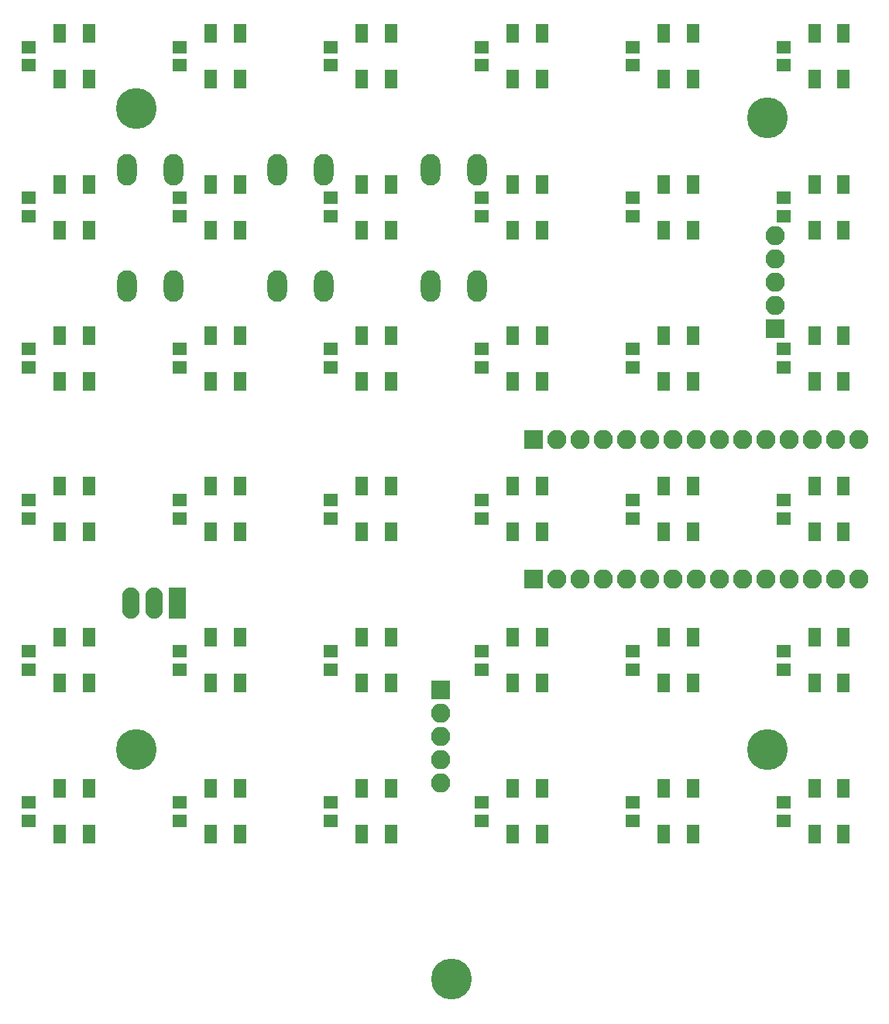
<source format=gbr>
G04 #@! TF.FileFunction,Soldermask,Top*
%FSLAX46Y46*%
G04 Gerber Fmt 4.6, Leading zero omitted, Abs format (unit mm)*
G04 Created by KiCad (PCBNEW 4.0.5) date *
%MOMM*%
%LPD*%
G01*
G04 APERTURE LIST*
%ADD10C,0.100000*%
%ADD11R,1.906220X3.414980*%
%ADD12O,1.906220X3.414980*%
%ADD13R,1.650000X1.400000*%
%ADD14R,1.400000X2.000000*%
%ADD15R,2.100000X2.100000*%
%ADD16O,2.100000X2.100000*%
%ADD17O,2.127200X3.448000*%
%ADD18C,4.464000*%
G04 APERTURE END LIST*
D10*
D11*
X131540000Y-119000000D03*
D12*
X129000000Y-119000000D03*
X126460000Y-119000000D03*
D13*
X115250000Y-58250000D03*
X115250000Y-60250000D03*
X115250000Y-74750000D03*
X115250000Y-76750000D03*
X115250000Y-91250000D03*
X115250000Y-93250000D03*
X115250000Y-107750000D03*
X115250000Y-109750000D03*
X115250000Y-124250000D03*
X115250000Y-126250000D03*
X115250000Y-140750000D03*
X115250000Y-142750000D03*
X131750000Y-58250000D03*
X131750000Y-60250000D03*
X131750000Y-74750000D03*
X131750000Y-76750000D03*
X131750000Y-91250000D03*
X131750000Y-93250000D03*
X131750000Y-107750000D03*
X131750000Y-109750000D03*
X131750000Y-124250000D03*
X131750000Y-126250000D03*
X131750000Y-140750000D03*
X131750000Y-142750000D03*
X148250000Y-58250000D03*
X148250000Y-60250000D03*
X148250000Y-74750000D03*
X148250000Y-76750000D03*
X148250000Y-91250000D03*
X148250000Y-93250000D03*
X148250000Y-107750000D03*
X148250000Y-109750000D03*
X148250000Y-124250000D03*
X148250000Y-126250000D03*
X148250000Y-140750000D03*
X148250000Y-142750000D03*
X164750000Y-58250000D03*
X164750000Y-60250000D03*
X164750000Y-74750000D03*
X164750000Y-76750000D03*
X164750000Y-91250000D03*
X164750000Y-93250000D03*
X164750000Y-107750000D03*
X164750000Y-109750000D03*
X164750000Y-124250000D03*
X164750000Y-126250000D03*
X164750000Y-140750000D03*
X164750000Y-142750000D03*
X181250000Y-58250000D03*
X181250000Y-60250000D03*
X181250000Y-74750000D03*
X181250000Y-76750000D03*
X181250000Y-91250000D03*
X181250000Y-93250000D03*
X181250000Y-107750000D03*
X181250000Y-109750000D03*
X181250000Y-124250000D03*
X181250000Y-126250000D03*
X181250000Y-140750000D03*
X181250000Y-142750000D03*
X197750000Y-58250000D03*
X197750000Y-60250000D03*
X197750000Y-74750000D03*
X197750000Y-76750000D03*
X197750000Y-91250000D03*
X197750000Y-93250000D03*
X197750000Y-107750000D03*
X197750000Y-109750000D03*
X197750000Y-124250000D03*
X197750000Y-126250000D03*
X197750000Y-140750000D03*
X197750000Y-142750000D03*
D14*
X121850000Y-56750000D03*
X118650000Y-56750000D03*
X121850000Y-61750000D03*
X118650000Y-61750000D03*
X121850000Y-73250000D03*
X118650000Y-73250000D03*
X121850000Y-78250000D03*
X118650000Y-78250000D03*
X121850000Y-89750000D03*
X118650000Y-89750000D03*
X121850000Y-94750000D03*
X118650000Y-94750000D03*
X121850000Y-106250000D03*
X118650000Y-106250000D03*
X121850000Y-111250000D03*
X118650000Y-111250000D03*
X121850000Y-122750000D03*
X118650000Y-122750000D03*
X121850000Y-127750000D03*
X118650000Y-127750000D03*
X121850000Y-139250000D03*
X118650000Y-139250000D03*
X121850000Y-144250000D03*
X118650000Y-144250000D03*
X138350000Y-56750000D03*
X135150000Y-56750000D03*
X138350000Y-61750000D03*
X135150000Y-61750000D03*
X138350000Y-73250000D03*
X135150000Y-73250000D03*
X138350000Y-78250000D03*
X135150000Y-78250000D03*
X138350000Y-89750000D03*
X135150000Y-89750000D03*
X138350000Y-94750000D03*
X135150000Y-94750000D03*
X138350000Y-106250000D03*
X135150000Y-106250000D03*
X138350000Y-111250000D03*
X135150000Y-111250000D03*
X138350000Y-122750000D03*
X135150000Y-122750000D03*
X138350000Y-127750000D03*
X135150000Y-127750000D03*
X138350000Y-139250000D03*
X135150000Y-139250000D03*
X138350000Y-144250000D03*
X135150000Y-144250000D03*
X154850000Y-56750000D03*
X151650000Y-56750000D03*
X154850000Y-61750000D03*
X151650000Y-61750000D03*
X154850000Y-73250000D03*
X151650000Y-73250000D03*
X154850000Y-78250000D03*
X151650000Y-78250000D03*
X154850000Y-89750000D03*
X151650000Y-89750000D03*
X154850000Y-94750000D03*
X151650000Y-94750000D03*
X154850000Y-106250000D03*
X151650000Y-106250000D03*
X154850000Y-111250000D03*
X151650000Y-111250000D03*
X154850000Y-122750000D03*
X151650000Y-122750000D03*
X154850000Y-127750000D03*
X151650000Y-127750000D03*
X154850000Y-139250000D03*
X151650000Y-139250000D03*
X154850000Y-144250000D03*
X151650000Y-144250000D03*
X171350000Y-56750000D03*
X168150000Y-56750000D03*
X171350000Y-61750000D03*
X168150000Y-61750000D03*
X171350000Y-73250000D03*
X168150000Y-73250000D03*
X171350000Y-78250000D03*
X168150000Y-78250000D03*
X171350000Y-89750000D03*
X168150000Y-89750000D03*
X171350000Y-94750000D03*
X168150000Y-94750000D03*
X171350000Y-106250000D03*
X168150000Y-106250000D03*
X171350000Y-111250000D03*
X168150000Y-111250000D03*
X171350000Y-122750000D03*
X168150000Y-122750000D03*
X171350000Y-127750000D03*
X168150000Y-127750000D03*
X171350000Y-139250000D03*
X168150000Y-139250000D03*
X171350000Y-144250000D03*
X168150000Y-144250000D03*
X187850000Y-56750000D03*
X184650000Y-56750000D03*
X187850000Y-61750000D03*
X184650000Y-61750000D03*
X187850000Y-73250000D03*
X184650000Y-73250000D03*
X187850000Y-78250000D03*
X184650000Y-78250000D03*
X187850000Y-89750000D03*
X184650000Y-89750000D03*
X187850000Y-94750000D03*
X184650000Y-94750000D03*
X187850000Y-106250000D03*
X184650000Y-106250000D03*
X187850000Y-111250000D03*
X184650000Y-111250000D03*
X187850000Y-122750000D03*
X184650000Y-122750000D03*
X187850000Y-127750000D03*
X184650000Y-127750000D03*
X187850000Y-139250000D03*
X184650000Y-139250000D03*
X187850000Y-144250000D03*
X184650000Y-144250000D03*
X204350000Y-56750000D03*
X201150000Y-56750000D03*
X204350000Y-61750000D03*
X201150000Y-61750000D03*
X204350000Y-73250000D03*
X201150000Y-73250000D03*
X204350000Y-78250000D03*
X201150000Y-78250000D03*
X204350000Y-89750000D03*
X201150000Y-89750000D03*
X204350000Y-94750000D03*
X201150000Y-94750000D03*
X204350000Y-106250000D03*
X201150000Y-106250000D03*
X204350000Y-111250000D03*
X201150000Y-111250000D03*
X204350000Y-122750000D03*
X201150000Y-122750000D03*
X204350000Y-127750000D03*
X201150000Y-127750000D03*
X204350000Y-139250000D03*
X201150000Y-139250000D03*
X204350000Y-144250000D03*
X201150000Y-144250000D03*
D15*
X160260000Y-128470000D03*
D16*
X160260000Y-131010000D03*
X160260000Y-133550000D03*
X160260000Y-136090000D03*
X160260000Y-138630000D03*
D15*
X196890000Y-89060000D03*
D16*
X196890000Y-86520000D03*
X196890000Y-83980000D03*
X196890000Y-81440000D03*
X196890000Y-78900000D03*
D15*
X170420000Y-101165000D03*
D16*
X172960000Y-101165000D03*
X175500000Y-101165000D03*
X178040000Y-101165000D03*
X180580000Y-101165000D03*
X183120000Y-101165000D03*
X185660000Y-101165000D03*
X188200000Y-101165000D03*
X190740000Y-101165000D03*
X193280000Y-101165000D03*
X195820000Y-101165000D03*
X198360000Y-101165000D03*
X200900000Y-101165000D03*
X203440000Y-101165000D03*
X205980000Y-101165000D03*
D15*
X170420000Y-116405000D03*
D16*
X172960000Y-116405000D03*
X175500000Y-116405000D03*
X178040000Y-116405000D03*
X180580000Y-116405000D03*
X183120000Y-116405000D03*
X185660000Y-116405000D03*
X188200000Y-116405000D03*
X190740000Y-116405000D03*
X193280000Y-116405000D03*
X195820000Y-116405000D03*
X198360000Y-116405000D03*
X200900000Y-116405000D03*
X203440000Y-116405000D03*
X205980000Y-116405000D03*
D17*
X125960000Y-71650000D03*
X131040000Y-71650000D03*
X125960000Y-84350000D03*
X131040000Y-84350000D03*
X142460000Y-71650000D03*
X147540000Y-71650000D03*
X142460000Y-84350000D03*
X147540000Y-84350000D03*
X159210000Y-71650000D03*
X164290000Y-71650000D03*
X159210000Y-84350000D03*
X164290000Y-84350000D03*
D18*
X127000000Y-135000000D03*
X196000000Y-135000000D03*
X196000000Y-66000000D03*
X127000000Y-65000000D03*
X161500000Y-160075001D03*
M02*

</source>
